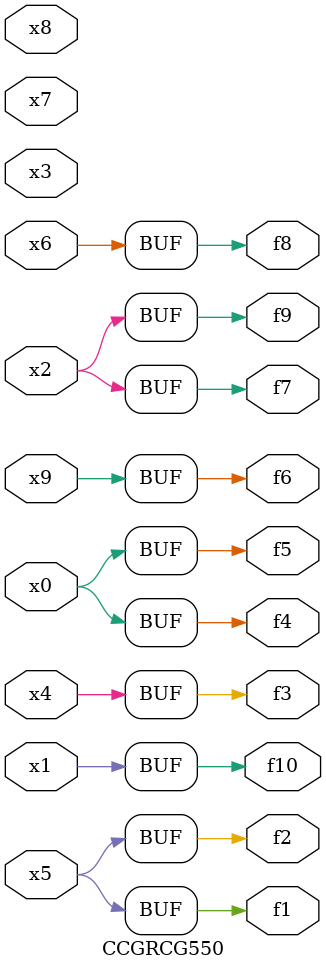
<source format=v>
module CCGRCG550(
	input x0, x1, x2, x3, x4, x5, x6, x7, x8, x9,
	output f1, f2, f3, f4, f5, f6, f7, f8, f9, f10
);
	assign f1 = x5;
	assign f2 = x5;
	assign f3 = x4;
	assign f4 = x0;
	assign f5 = x0;
	assign f6 = x9;
	assign f7 = x2;
	assign f8 = x6;
	assign f9 = x2;
	assign f10 = x1;
endmodule

</source>
